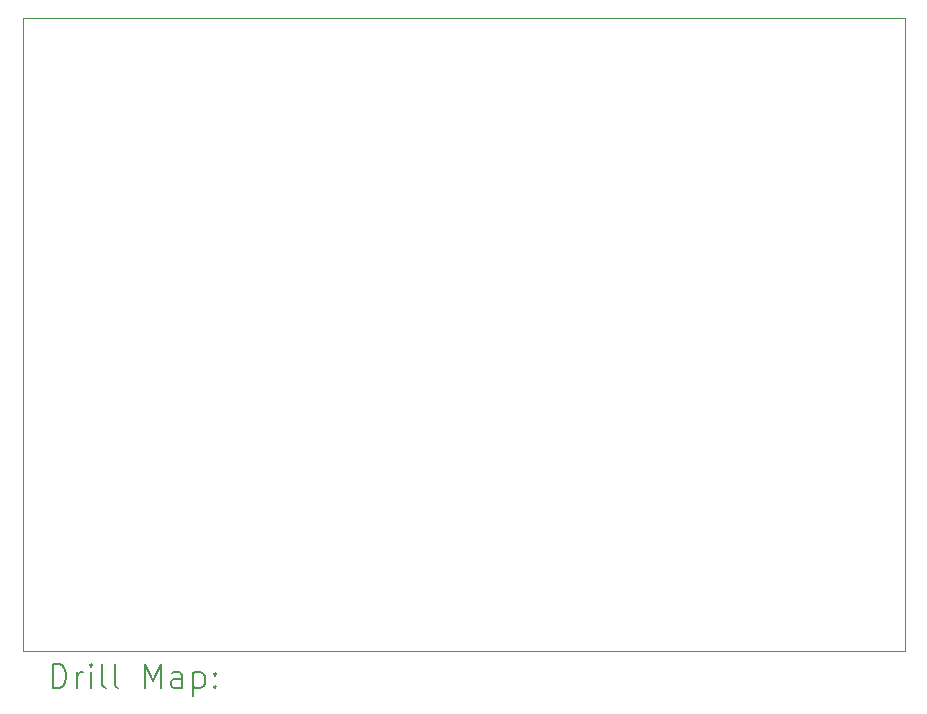
<source format=gbr>
%TF.GenerationSoftware,KiCad,Pcbnew,7.0.7*%
%TF.CreationDate,2023-12-28T09:22:00+02:00*%
%TF.ProjectId,LED Dimmer,4c454420-4469-46d6-9d65-722e6b696361,rev?*%
%TF.SameCoordinates,Original*%
%TF.FileFunction,Drillmap*%
%TF.FilePolarity,Positive*%
%FSLAX45Y45*%
G04 Gerber Fmt 4.5, Leading zero omitted, Abs format (unit mm)*
G04 Created by KiCad (PCBNEW 7.0.7) date 2023-12-28 09:22:00*
%MOMM*%
%LPD*%
G01*
G04 APERTURE LIST*
%ADD10C,0.100000*%
%ADD11C,0.200000*%
G04 APERTURE END LIST*
D10*
X24333200Y-13157200D02*
X16865600Y-13157200D01*
X16865600Y-7797800D01*
X24333200Y-7797800D01*
X24333200Y-13157200D01*
D11*
X17121377Y-13473684D02*
X17121377Y-13273684D01*
X17121377Y-13273684D02*
X17168996Y-13273684D01*
X17168996Y-13273684D02*
X17197567Y-13283208D01*
X17197567Y-13283208D02*
X17216615Y-13302255D01*
X17216615Y-13302255D02*
X17226139Y-13321303D01*
X17226139Y-13321303D02*
X17235663Y-13359398D01*
X17235663Y-13359398D02*
X17235663Y-13387969D01*
X17235663Y-13387969D02*
X17226139Y-13426065D01*
X17226139Y-13426065D02*
X17216615Y-13445112D01*
X17216615Y-13445112D02*
X17197567Y-13464160D01*
X17197567Y-13464160D02*
X17168996Y-13473684D01*
X17168996Y-13473684D02*
X17121377Y-13473684D01*
X17321377Y-13473684D02*
X17321377Y-13340350D01*
X17321377Y-13378446D02*
X17330901Y-13359398D01*
X17330901Y-13359398D02*
X17340424Y-13349874D01*
X17340424Y-13349874D02*
X17359472Y-13340350D01*
X17359472Y-13340350D02*
X17378520Y-13340350D01*
X17445186Y-13473684D02*
X17445186Y-13340350D01*
X17445186Y-13273684D02*
X17435663Y-13283208D01*
X17435663Y-13283208D02*
X17445186Y-13292731D01*
X17445186Y-13292731D02*
X17454710Y-13283208D01*
X17454710Y-13283208D02*
X17445186Y-13273684D01*
X17445186Y-13273684D02*
X17445186Y-13292731D01*
X17568996Y-13473684D02*
X17549948Y-13464160D01*
X17549948Y-13464160D02*
X17540424Y-13445112D01*
X17540424Y-13445112D02*
X17540424Y-13273684D01*
X17673758Y-13473684D02*
X17654710Y-13464160D01*
X17654710Y-13464160D02*
X17645186Y-13445112D01*
X17645186Y-13445112D02*
X17645186Y-13273684D01*
X17902329Y-13473684D02*
X17902329Y-13273684D01*
X17902329Y-13273684D02*
X17968996Y-13416541D01*
X17968996Y-13416541D02*
X18035663Y-13273684D01*
X18035663Y-13273684D02*
X18035663Y-13473684D01*
X18216615Y-13473684D02*
X18216615Y-13368922D01*
X18216615Y-13368922D02*
X18207091Y-13349874D01*
X18207091Y-13349874D02*
X18188044Y-13340350D01*
X18188044Y-13340350D02*
X18149948Y-13340350D01*
X18149948Y-13340350D02*
X18130901Y-13349874D01*
X18216615Y-13464160D02*
X18197567Y-13473684D01*
X18197567Y-13473684D02*
X18149948Y-13473684D01*
X18149948Y-13473684D02*
X18130901Y-13464160D01*
X18130901Y-13464160D02*
X18121377Y-13445112D01*
X18121377Y-13445112D02*
X18121377Y-13426065D01*
X18121377Y-13426065D02*
X18130901Y-13407017D01*
X18130901Y-13407017D02*
X18149948Y-13397493D01*
X18149948Y-13397493D02*
X18197567Y-13397493D01*
X18197567Y-13397493D02*
X18216615Y-13387969D01*
X18311853Y-13340350D02*
X18311853Y-13540350D01*
X18311853Y-13349874D02*
X18330901Y-13340350D01*
X18330901Y-13340350D02*
X18368996Y-13340350D01*
X18368996Y-13340350D02*
X18388044Y-13349874D01*
X18388044Y-13349874D02*
X18397567Y-13359398D01*
X18397567Y-13359398D02*
X18407091Y-13378446D01*
X18407091Y-13378446D02*
X18407091Y-13435588D01*
X18407091Y-13435588D02*
X18397567Y-13454636D01*
X18397567Y-13454636D02*
X18388044Y-13464160D01*
X18388044Y-13464160D02*
X18368996Y-13473684D01*
X18368996Y-13473684D02*
X18330901Y-13473684D01*
X18330901Y-13473684D02*
X18311853Y-13464160D01*
X18492805Y-13454636D02*
X18502329Y-13464160D01*
X18502329Y-13464160D02*
X18492805Y-13473684D01*
X18492805Y-13473684D02*
X18483282Y-13464160D01*
X18483282Y-13464160D02*
X18492805Y-13454636D01*
X18492805Y-13454636D02*
X18492805Y-13473684D01*
X18492805Y-13349874D02*
X18502329Y-13359398D01*
X18502329Y-13359398D02*
X18492805Y-13368922D01*
X18492805Y-13368922D02*
X18483282Y-13359398D01*
X18483282Y-13359398D02*
X18492805Y-13349874D01*
X18492805Y-13349874D02*
X18492805Y-13368922D01*
M02*

</source>
